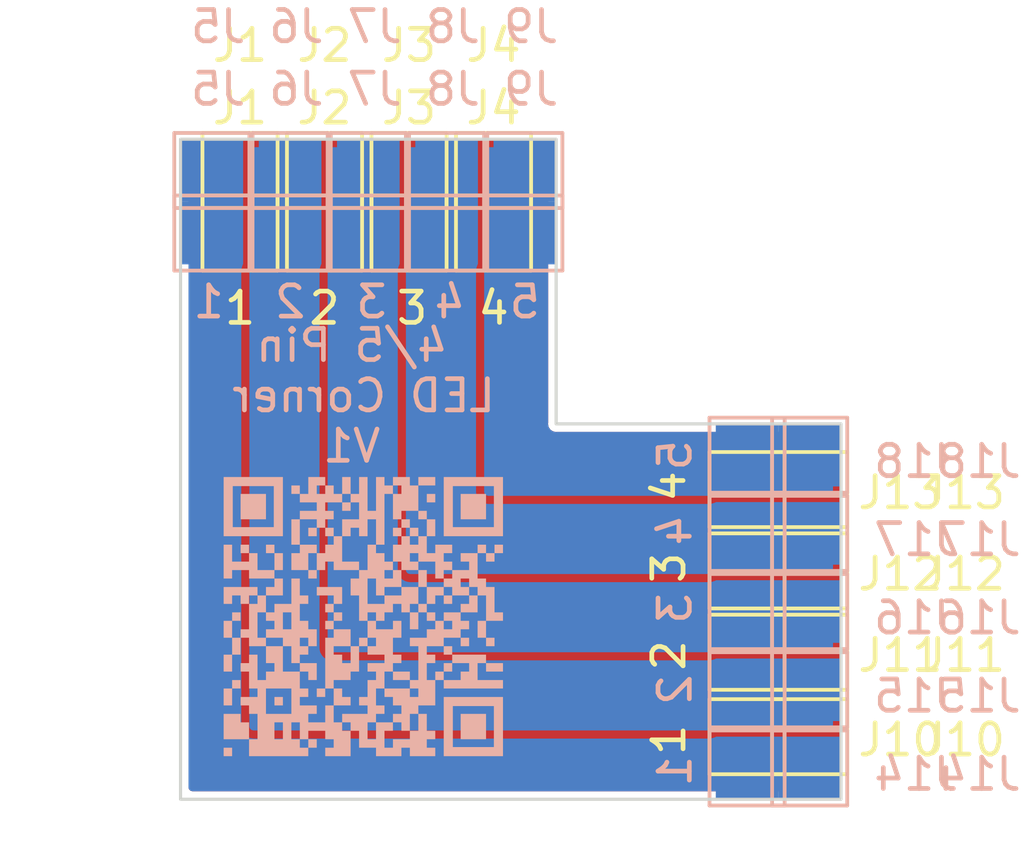
<source format=kicad_pcb>
(kicad_pcb (version 20211014) (generator pcbnew)
  (layers (0 "F.Cu" signal) (31 "B.Cu" signal) (34 "B.Paste" user) (35 "F.Paste" user) (36 "B.SilkS" user "B.Silkscreen") (37 "F.SilkS" user "F.Silkscreen") (38 "B.Mask" user) (39 "F.Mask" user) (44 "Edge.Cuts" user))
  (net 0 "")
  (net 1 "1")
  (net 2 "2")
  (net 3 "3")
  (net 4 "4")
  (net 5 "5")
  (net 6 "6")
  (net 7 "7")
  (net 8 "8")
  (net 9 "9")
  (footprint "TestPoint:TestPoint_Pad_2.0x2.0mm" (layer "F.Cu") (at 157 118.3)
    (fp_text reference "J12" (at 4.9 0.1) (layer "F.SilkS"))
    (fp_text value "Conn_01x01_Male")
    (fp_line (start -1.2 1.2) (end -1.2 -1.2) (layer "F.SilkS") (width 0.12))
    (fp_line (start 1.2 1.2) (end -1.2 1.2) (layer "F.SilkS") (width 0.12))
    (fp_line (start -1.2 -1.2) (end 1.2 -1.2) (layer "F.SilkS") (width 0.12))
    (fp_line (start 1.2 -1.2) (end 1.2 1.2) (layer "F.SilkS") (width 0.12))
    (pad "1" smd rect (at 0 0) (size 2 2) (layers "F.Cu" "F.Mask") (net 3 "3"))
  )
  (footprint "TestPoint:TestPoint_Pad_2.0x2.0mm" (layer "F.Cu") (at 143.5 105.5)
    (fp_text reference "J2" (at 0 -4) (layer "F.SilkS"))
    (fp_text value "Conn_01x01_Male")
    (fp_line (start -1.2 1.2) (end -1.2 -1.2) (layer "F.SilkS") (width 0.12))
    (fp_line (start 1.2 1.2) (end -1.2 1.2) (layer "F.SilkS") (width 0.12))
    (fp_line (start 1.2 -1.2) (end 1.2 1.2) (layer "F.SilkS") (width 0.12))
    (fp_line (start -1.2 -1.2) (end 1.2 -1.2) (layer "F.SilkS") (width 0.12))
    (pad "1" smd rect (at 0 0) (size 2 2) (layers "F.Cu" "F.Mask") (net 2 "2"))
  )
  (footprint "TestPoint:TestPoint_Pad_2.0x2.0mm" (layer "F.Cu") (at 146.2 105.5)
    (fp_text reference "J3" (at 0 -4) (layer "F.SilkS"))
    (fp_text value "Conn_01x01_Male")
    (fp_line (start -1.2 1.2) (end -1.2 -1.2) (layer "F.SilkS") (width 0.12))
    (fp_line (start -1.2 -1.2) (end 1.2 -1.2) (layer "F.SilkS") (width 0.12))
    (fp_line (start 1.2 1.2) (end -1.2 1.2) (layer "F.SilkS") (width 0.12))
    (fp_line (start 1.2 -1.2) (end 1.2 1.2) (layer "F.SilkS") (width 0.12))
    (pad "1" smd rect (at 0 0) (size 2 2) (layers "F.Cu" "F.Mask") (net 3 "3"))
  )
  (footprint "TestPoint:TestPoint_Pad_2.0x2.0mm" (layer "F.Cu") (at 159 123.6)
    (fp_text reference "J10" (at 4.9 0.1) (layer "F.SilkS"))
    (fp_text value "Conn_01x01_Male")
    (fp_line (start 1.2 -1.2) (end 1.2 1.2) (layer "F.SilkS") (width 0.12))
    (fp_line (start 1.2 1.2) (end -1.2 1.2) (layer "F.SilkS") (width 0.12))
    (fp_line (start -1.2 1.2) (end -1.2 -1.2) (layer "F.SilkS") (width 0.12))
    (fp_line (start -1.2 -1.2) (end 1.2 -1.2) (layer "F.SilkS") (width 0.12))
    (pad "1" smd rect (at 0 0) (size 2 2) (layers "F.Cu" "F.Mask") (net 1 "1"))
  )
  (footprint "TestPoint:TestPoint_Pad_2.0x2.0mm" (layer "F.Cu") (at 157 123.6)
    (fp_text reference "J10" (at 4.9 0.1) (layer "F.SilkS"))
    (fp_text value "Conn_01x01_Male")
    (fp_line (start 1.2 1.2) (end -1.2 1.2) (layer "F.SilkS") (width 0.12))
    (fp_line (start -1.2 1.2) (end -1.2 -1.2) (layer "F.SilkS") (width 0.12))
    (fp_line (start 1.2 -1.2) (end 1.2 1.2) (layer "F.SilkS") (width 0.12))
    (fp_line (start -1.2 -1.2) (end 1.2 -1.2) (layer "F.SilkS") (width 0.12))
    (pad "1" smd rect (at 0 0) (size 2 2) (layers "F.Cu" "F.Mask") (net 1 "1"))
  )
  (footprint "TestPoint:TestPoint_Pad_2.0x2.0mm" (layer "F.Cu") (at 159 115.7)
    (fp_text reference "J13" (at 4.9 0.1) (layer "F.SilkS"))
    (fp_text value "Conn_01x01_Male")
    (fp_line (start 1.2 1.2) (end -1.2 1.2) (layer "F.SilkS") (width 0.12))
    (fp_line (start -1.2 1.2) (end -1.2 -1.2) (layer "F.SilkS") (width 0.12))
    (fp_line (start 1.2 -1.2) (end 1.2 1.2) (layer "F.SilkS") (width 0.12))
    (fp_line (start -1.2 -1.2) (end 1.2 -1.2) (layer "F.SilkS") (width 0.12))
    (pad "1" smd rect (at 0 0) (size 2 2) (layers "F.Cu" "F.Mask") (net 4 "4"))
  )
  (footprint "TestPoint:TestPoint_Pad_2.0x2.0mm" (layer "F.Cu") (at 148.9 105.5)
    (fp_text reference "J4" (at 0 -4) (layer "F.SilkS"))
    (fp_text value "Conn_01x01_Male")
    (fp_line (start 1.2 -1.2) (end 1.2 1.2) (layer "F.SilkS") (width 0.12))
    (fp_line (start 1.2 1.2) (end -1.2 1.2) (layer "F.SilkS") (width 0.12))
    (fp_line (start -1.2 1.2) (end -1.2 -1.2) (layer "F.SilkS") (width 0.12))
    (fp_line (start -1.2 -1.2) (end 1.2 -1.2) (layer "F.SilkS") (width 0.12))
    (pad "1" smd rect (at 0 0) (size 2 2) (layers "F.Cu" "F.Mask") (net 4 "4"))
  )
  (footprint "TestPoint:TestPoint_Pad_2.0x2.0mm" (layer "F.Cu") (at 143.5 107.5)
    (fp_text reference "J2" (at 0 -4) (layer "F.SilkS"))
    (fp_text value "Conn_01x01_Male")
    (fp_line (start -1.2 1.2) (end -1.2 -1.2) (layer "F.SilkS") (width 0.12))
    (fp_line (start 1.2 1.2) (end -1.2 1.2) (layer "F.SilkS") (width 0.12))
    (fp_line (start -1.2 -1.2) (end 1.2 -1.2) (layer "F.SilkS") (width 0.12))
    (fp_line (start 1.2 -1.2) (end 1.2 1.2) (layer "F.SilkS") (width 0.12))
    (pad "1" smd rect (at 0 0) (size 2 2) (layers "F.Cu" "F.Mask") (net 2 "2"))
  )
  (footprint "TestPoint:TestPoint_Pad_2.0x2.0mm" (layer "F.Cu") (at 159 120.9)
    (fp_text reference "J11" (at 4.9 0.1) (layer "F.SilkS"))
    (fp_text value "Conn_01x01_Male")
    (fp_line (start 1.2 -1.2) (end 1.2 1.2) (layer "F.SilkS") (width 0.12))
    (fp_line (start -1.2 -1.2) (end 1.2 -1.2) (layer "F.SilkS") (width 0.12))
    (fp_line (start 1.2 1.2) (end -1.2 1.2) (layer "F.SilkS") (width 0.12))
    (fp_line (start -1.2 1.2) (end -1.2 -1.2) (layer "F.SilkS") (width 0.12))
    (pad "1" smd rect (at 0 0) (size 2 2) (layers "F.Cu" "F.Mask") (net 2 "2"))
  )
  (footprint "TestPoint:TestPoint_Pad_2.0x2.0mm" (layer "F.Cu") (at 159 118.3)
    (fp_text reference "J12" (at 4.9 0.1) (layer "F.SilkS"))
    (fp_text value "Conn_01x01_Male")
    (fp_line (start 1.2 1.2) (end -1.2 1.2) (layer "F.SilkS") (width 0.12))
    (fp_line (start -1.2 -1.2) (end 1.2 -1.2) (layer "F.SilkS") (width 0.12))
    (fp_line (start -1.2 1.2) (end -1.2 -1.2) (layer "F.SilkS") (width 0.12))
    (fp_line (start 1.2 -1.2) (end 1.2 1.2) (layer "F.SilkS") (width 0.12))
    (pad "1" smd rect (at 0 0) (size 2 2) (layers "F.Cu" "F.Mask") (net 3 "3"))
  )
  (footprint "TestPoint:TestPoint_Pad_2.0x2.0mm" (layer "F.Cu") (at 157 115.7)
    (fp_text reference "J13" (at 4.9 0.1) (layer "F.SilkS"))
    (fp_text value "Conn_01x01_Male")
    (fp_line (start -1.2 1.2) (end -1.2 -1.2) (layer "F.SilkS") (width 0.12))
    (fp_line (start 1.2 -1.2) (end 1.2 1.2) (layer "F.SilkS") (width 0.12))
    (fp_line (start -1.2 -1.2) (end 1.2 -1.2) (layer "F.SilkS") (width 0.12))
    (fp_line (start 1.2 1.2) (end -1.2 1.2) (layer "F.SilkS") (width 0.12))
    (pad "1" smd rect (at 0 0) (size 2 2) (layers "F.Cu" "F.Mask") (net 4 "4"))
  )
  (footprint "TestPoint:TestPoint_Pad_2.0x2.0mm" (layer "F.Cu") (at 146.2 107.5)
    (fp_text reference "J3" (at 0 -4) (layer "F.SilkS"))
    (fp_text value "Conn_01x01_Male")
    (fp_line (start -1.2 -1.2) (end 1.2 -1.2) (layer "F.SilkS") (width 0.12))
    (fp_line (start -1.2 1.2) (end -1.2 -1.2) (layer "F.SilkS") (width 0.12))
    (fp_line (start 1.2 1.2) (end -1.2 1.2) (layer "F.SilkS") (width 0.12))
    (fp_line (start 1.2 -1.2) (end 1.2 1.2) (layer "F.SilkS") (width 0.12))
    (pad "1" smd rect (at 0 0) (size 2 2) (layers "F.Cu" "F.Mask") (net 3 "3"))
  )
  (footprint "TestPoint:TestPoint_Pad_2.0x2.0mm" (layer "F.Cu") (at 140.8 105.5)
    (fp_text reference "J1" (at 0 -4) (layer "F.SilkS"))
    (fp_text value "Conn_01x01_Male")
    (fp_line (start -1.2 -1.2) (end 1.2 -1.2) (layer "F.SilkS") (width 0.12))
    (fp_line (start -1.2 1.2) (end -1.2 -1.2) (layer "F.SilkS") (width 0.12))
    (fp_line (start 1.2 1.2) (end -1.2 1.2) (layer "F.SilkS") (width 0.12))
    (fp_line (start 1.2 -1.2) (end 1.2 1.2) (layer "F.SilkS") (width 0.12))
    (pad "1" smd rect (at 0 0) (size 2 2) (layers "F.Cu" "F.Mask") (net 1 "1"))
  )
  (footprint "TestPoint:TestPoint_Pad_2.0x2.0mm" (layer "F.Cu") (at 140.8 107.5)
    (fp_text reference "J1" (at 0 -4) (layer "F.SilkS"))
    (fp_text value "Conn_01x01_Male")
    (fp_line (start -1.2 1.2) (end -1.2 -1.2) (layer "F.SilkS") (width 0.12))
    (fp_line (start 1.2 1.2) (end -1.2 1.2) (layer "F.SilkS") (width 0.12))
    (fp_line (start -1.2 -1.2) (end 1.2 -1.2) (layer "F.SilkS") (width 0.12))
    (fp_line (start 1.2 -1.2) (end 1.2 1.2) (layer "F.SilkS") (width 0.12))
    (pad "1" smd rect (at 0 0) (size 2 2) (layers "F.Cu" "F.Mask") (net 1 "1"))
  )
  (footprint "TestPoint:TestPoint_Pad_2.0x2.0mm" (layer "F.Cu") (at 148.9 107.5)
    (fp_text reference "J4" (at 0 -4) (layer "F.SilkS"))
    (fp_text value "Conn_01x01_Male")
    (fp_line (start -1.2 -1.2) (end 1.2 -1.2) (layer "F.SilkS") (width 0.12))
    (fp_line (start -1.2 1.2) (end -1.2 -1.2) (layer "F.SilkS") (width 0.12))
    (fp_line (start 1.2 1.2) (end -1.2 1.2) (layer "F.SilkS") (width 0.12))
    (fp_line (start 1.2 -1.2) (end 1.2 1.2) (layer "F.SilkS") (width 0.12))
    (pad "1" smd rect (at 0 0) (size 2 2) (layers "F.Cu" "F.Mask") (net 4 "4"))
  )
  (footprint "TestPoint:TestPoint_Pad_2.0x2.0mm" (layer "F.Cu") (at 157 120.9)
    (fp_text reference "J11" (at 4.9 0.1) (layer "F.SilkS"))
    (fp_text value "Conn_01x01_Male")
    (fp_line (start -1.2 -1.2) (end 1.2 -1.2) (layer "F.SilkS") (width 0.12))
    (fp_line (start -1.2 1.2) (end -1.2 -1.2) (layer "F.SilkS") (width 0.12))
    (fp_line (start 1.2 1.2) (end -1.2 1.2) (layer "F.SilkS") (width 0.12))
    (fp_line (start 1.2 -1.2) (end 1.2 1.2) (layer "F.SilkS") (width 0.12))
    (pad "1" smd rect (at 0 0) (size 2 2) (layers "F.Cu" "F.Mask") (net 2 "2"))
  )
  (footprint "TestPoint:TestPoint_Pad_2.0x2.0mm" (layer "B.Cu") (at 159 117.1 180)
    (fp_text reference "J17" (at -5.4 -0.2) (layer "B.SilkS") (effects (justify mirror)))
    (fp_text value "Conn_01x01_Male")
    (fp_line (start 1.2 1.2) (end 1.2 -1.2) (layer "B.SilkS") (width 0.12))
    (fp_line (start 1.2 -1.2) (end -1.2 -1.2) (layer "B.SilkS") (width 0.12))
    (fp_line (start -1.2 1.2) (end 1.2 1.2) (layer "B.SilkS") (width 0.12))
    (fp_line (start -1.2 -1.2) (end -1.2 1.2) (layer "B.SilkS") (width 0.12))
    (pad "1" smd rect (at 0 0 180) (size 2 2) (layers "B.Cu" "B.Mask") (net 8 "8"))
  )
  (footprint "TestPoint:TestPoint_Pad_2.0x2.0mm" (layer "B.Cu") (at 144.9 105.5 180)
    (fp_text reference "J7" (at -0.2 4.6) (layer "B.SilkS") (effects (justify mirror)))
    (fp_text value "Conn_01x01_Male")
    (fp_line (start 1.2 1.2) (end 1.2 -1.2) (layer "B.SilkS") (width 0.12))
    (fp_line (start 1.2 -1.2) (end -1.2 -1.2) (layer "B.SilkS") (width 0.12))
    (fp_line (start -1.2 1.2) (end 1.2 1.2) (layer "B.SilkS") (width 0.12))
    (fp_line (start -1.2 -1.2) (end -1.2 1.2) (layer "B.SilkS") (width 0.12))
    (pad "1" smd rect (at 0 0 180) (size 2 2) (layers "B.Cu" "B.Mask") (net 7 "7"))
  )
  (footprint "TestPoint:TestPoint_Pad_2.0x2.0mm" (layer "B.Cu") (at 139.9 107.5 180)
    (fp_text reference "J5" (at -0.2 4.6) (layer "B.SilkS") (effects (justify mirror)))
    (fp_text value "Conn_01x01_Male")
    (fp_line (start 1.2 1.2) (end 1.2 -1.2) (layer "B.SilkS") (width 0.12))
    (fp_line (start -1.2 -1.2) (end -1.2 1.2) (layer "B.SilkS") (width 0.12))
    (fp_line (start 1.2 -1.2) (end -1.2 -1.2) (layer "B.SilkS") (width 0.12))
    (fp_line (start -1.2 1.2) (end 1.2 1.2) (layer "B.SilkS") (width 0.12))
    (pad "1" smd rect (at 0 0 180) (size 2 2) (layers "B.Cu" "B.Mask") (net 5 "5"))
  )
  (footprint "TestPoint:TestPoint_Pad_2.0x2.0mm" (layer "B.Cu") (at 159 114.6 180)
    (fp_text reference "J18" (at -5.4 -0.2) (layer "B.SilkS") (effects (justify mirror)))
    (fp_text value "Conn_01x01_Male")
    (fp_line (start 1.2 1.2) (end 1.2 -1.2) (layer "B.SilkS") (width 0.12))
    (fp_line (start -1.2 1.2) (end 1.2 1.2) (layer "B.SilkS") (width 0.12))
    (fp_line (start 1.2 -1.2) (end -1.2 -1.2) (layer "B.SilkS") (width 0.12))
    (fp_line (start -1.2 -1.2) (end -1.2 1.2) (layer "B.SilkS") (width 0.12))
    (pad "1" smd rect (at 0 0 180) (size 2 2) (layers "B.Cu" "B.Mask") (net 9 "9"))
  )
  (footprint "TestPoint:TestPoint_Pad_2.0x2.0mm" (layer "B.Cu") (at 157 114.6 180)
    (fp_text reference "J18" (at -5.4 -0.2) (layer "B.SilkS") (effects (justify mirror)))
    (fp_text value "Conn_01x01_Male")
    (fp_line (start -1.2 1.2) (end 1.2 1.2) (layer "B.SilkS") (width 0.12))
    (fp_line (start 1.2 1.2) (end 1.2 -1.2) (layer "B.SilkS") (width 0.12))
    (fp_line (start 1.2 -1.2) (end -1.2 -1.2) (layer "B.SilkS") (width 0.12))
    (fp_line (start -1.2 -1.2) (end -1.2 1.2) (layer "B.SilkS") (width 0.12))
    (pad "1" smd rect (at 0 0 180) (size 2 2) (layers "B.Cu" "B.Mask") (net 9 "9"))
  )
  (footprint "TestPoint:TestPoint_Pad_2.0x2.0mm" (layer "B.Cu") (at 149.9 105.5 180)
    (fp_text reference "J9" (at -0.2 4.6) (layer "B.SilkS") (effects (justify mirror)))
    (fp_text value "Conn_01x01_Male")
    (fp_line (start 1.2 1.2) (end 1.2 -1.2) (layer "B.SilkS") (width 0.12))
    (fp_line (start 1.2 -1.2) (end -1.2 -1.2) (layer "B.SilkS") (width 0.12))
    (fp_line (start -1.2 1.2) (end 1.2 1.2) (layer "B.SilkS") (width 0.12))
    (fp_line (start -1.2 -1.2) (end -1.2 1.2) (layer "B.SilkS") (width 0.12))
    (pad "1" smd rect (at 0 0 180) (size 2 2) (layers "B.Cu" "B.Mask") (net 9 "9"))
  )
  (footprint "TestPoint:TestPoint_Pad_2.0x2.0mm" (layer "B.Cu") (at 157 117.1 180)
    (fp_text reference "J17" (at -5.4 -0.2) (layer "B.SilkS") (effects (justify mirror)))
    (fp_text value "Conn_01x01_Male")
    (fp_line (start 1.2 -1.2) (end -1.2 -1.2) (layer "B.SilkS") (width 0.12))
    (fp_line (start -1.2 1.2) (end 1.2 1.2) (layer "B.SilkS") (width 0.12))
    (fp_line (start -1.2 -1.2) (end -1.2 1.2) (layer "B.SilkS") (width 0.12))
    (fp_line (start 1.2 1.2) (end 1.2 -1.2) (layer "B.SilkS") (width 0.12))
    (pad "1" smd rect (at 0 0 180) (size 2 2) (layers "B.Cu" "B.Mask") (net 8 "8"))
  )
  (footprint "TestPoint:TestPoint_Pad_2.0x2.0mm" (layer "B.Cu") (at 159 124.6 180)
    (fp_text reference "J14" (at -5.4 -0.2) (layer "B.SilkS") (effects (justify mirror)))
    (fp_text value "Conn_01x01_Male")
    (fp_line (start -1.2 1.2) (end 1.2 1.2) (layer "B.SilkS") (width 0.12))
    (fp_line (start 1.2 1.2) (end 1.2 -1.2) (layer "B.SilkS") (width 0.12))
    (fp_line (start -1.2 -1.2) (end -1.2 1.2) (layer "B.SilkS") (width 0.12))
    (fp_line (start 1.2 -1.2) (end -1.2 -1.2) (layer "B.SilkS") (width 0.12))
    (pad "1" smd rect (at 0 0 180) (size 2 2) (layers "B.Cu" "B.Mask") (net 5 "5"))
  )
  (footprint "TestPoint:TestPoint_Pad_2.0x2.0mm" (layer "B.Cu") (at 139.9 105.5 180)
    (fp_text reference "J5" (at -0.2 4.6) (layer "B.SilkS") (effects (justify mirror)))
    (fp_text value "Conn_01x01_Male")
    (fp_line (start 1.2 -1.2) (end -1.2 -1.2) (layer "B.SilkS") (width 0.12))
    (fp_line (start -1.2 -1.2) (end -1.2 1.2) (layer "B.SilkS") (width 0.12))
    (fp_line (start -1.2 1.2) (end 1.2 1.2) (layer "B.SilkS") (width 0.12))
    (fp_line (start 1.2 1.2) (end 1.2 -1.2) (layer "B.SilkS") (width 0.12))
    (pad "1" smd rect (at 0 0 180) (size 2 2) (layers "B.Cu" "B.Mask") (net 5 "5"))
  )
  (footprint "TestPoint:TestPoint_Pad_2.0x2.0mm" (layer "B.Cu") (at 142.4 107.5 180)
    (fp_text reference "J6" (at -0.2 4.602) (layer "B.SilkS") (effects (justify mirror)))
    (fp_text value "Conn_01x01_Male")
    (fp_line (start 1.2 1.2) (end 1.2 -1.2) (layer "B.SilkS") (width 0.12))
    (fp_line (start -1.2 1.2) (end 1.2 1.2) (layer "B.SilkS") (width 0.12))
    (fp_line (start 1.2 -1.2) (end -1.2 -1.2) (layer "B.SilkS") (width 0.12))
    (fp_line (start -1.2 -1.2) (end -1.2 1.2) (layer "B.SilkS") (width 0.12))
    (pad "1" smd rect (at 0 0 180) (size 2 2) (layers "B.Cu" "B.Mask") (net 6 "6"))
  )
  (footprint "TestPoint:TestPoint_Pad_2.0x2.0mm" (layer "B.Cu") (at 159 119.6 180)
    (fp_text reference "J16" (at -5.4 -0.2) (layer "B.SilkS") (effects (justify mirror)))
    (fp_text value "Conn_01x01_Male")
    (fp_line (start 1.2 -1.2) (end -1.2 -1.2) (layer "B.SilkS") (width 0.12))
    (fp_line (start -1.2 -1.2) (end -1.2 1.2) (layer "B.SilkS") (width 0.12))
    (fp_line (start 1.2 1.2) (end 1.2 -1.2) (layer "B.SilkS") (width 0.12))
    (fp_line (start -1.2 1.2) (end 1.2 1.2) (layer "B.SilkS") (width 0.12))
    (pad "1" smd rect (at 0 0 180) (size 2 2) (layers "B.Cu" "B.Mask") (net 7 "7"))
  )
  (footprint "TestPoint:TestPoint_Pad_2.0x2.0mm" (layer "B.Cu") (at 142.4 105.5 180)
    (fp_text reference "J6" (at -0.2 4.602) (layer "B.SilkS") (effects (justify mirror)))
    (fp_text value "Conn_01x01_Male")
    (fp_line (start 1.2 1.2) (end 1.2 -1.2) (layer "B.SilkS") (width 0.12))
    (fp_line (start -1.2 1.2) (end 1.2 1.2) (layer "B.SilkS") (width 0.12))
    (fp_line (start -1.2 -1.2) (end -1.2 1.2) (layer "B.SilkS") (width 0.12))
    (fp_line (start 1.2 -1.2) (end -1.2 -1.2) (layer "B.SilkS") (width 0.12))
    (pad "1" smd rect (at 0 0 180) (size 2 2) (layers "B.Cu" "B.Mask") (net 6 "6"))
  )
  (footprint "TestPoint:TestPoint_Pad_2.0x2.0mm" (layer "B.Cu") (at 157 124.6 180)
    (fp_text reference "J14" (at -5.4 -0.2) (layer "B.SilkS") (effects (justify mirror)))
    (fp_text value "Conn_01x01_Male")
    (fp_line (start 1.2 1.2) (end 1.2 -1.2) (layer "B.SilkS") (width 0.12))
    (fp_line (start 1.2 -1.2) (end -1.2 -1.2) (layer "B.SilkS") (width 0.12))
    (fp_line (start -1.2 -1.2) (end -1.2 1.2) (layer "B.SilkS") (width 0.12))
    (fp_line (start -1.2 1.2) (end 1.2 1.2) (layer "B.SilkS") (width 0.12))
    (pad "1" smd rect (at 0 0 180) (size 2 2) (layers "B.Cu" "B.Mask") (net 5 "5"))
  )
  (footprint "LOGO" (layer "B.Cu") (at 144.75 119.75 180)
    (fp_text reference "G***" hide)
    (fp_text value "LOGO" hide)
    (fp_poly (pts (xy 4.472564 -1.768223) (xy 4.20213 -1.768223) (xy 4.20213 -1.227355) (xy 4.472564 -1.227355)) (layer "B.SilkS") (width 0) (fill solid))
    (fp_poly (pts (xy -1.476986 2.558722) (xy -1.74742 2.558722) (xy -1.74742 2.829156) (xy -1.476986 2.829156)) (layer "B.SilkS") (width 0) (fill solid))
    (fp_poly (pts (xy -1.74742 4.181326) (xy -2.288288 4.181326) (xy -2.288288 4.45176) (xy -1.74742 4.45176)) (layer "B.SilkS") (width 0) (fill solid))
    (fp_poly (pts (xy -3.640458 -0.686487) (xy -3.910892 -0.686487) (xy -3.910892 -0.145619) (xy -3.640458 -0.145619)) (layer "B.SilkS") (width 0) (fill solid))
    (fp_poly (pts (xy 1.227355 0.124815) (xy 0.956921 0.124815) (xy 0.956921 0.395249) (xy 1.227355 0.395249)) (layer "B.SilkS") (width 0) (fill solid))
    (fp_poly (pts (xy 3.931696 2.017854) (xy 3.661262 2.017854) (xy 3.661262 2.288288) (xy 3.931696 2.288288)) (layer "B.SilkS") (width 0) (fill solid))
    (fp_poly (pts (xy -2.017854 3.640458) (xy -2.288288 3.640458) (xy -2.288288 3.910892) (xy -2.017854 3.910892)) (layer "B.SilkS") (width 0) (fill solid))
    (fp_poly (pts (xy 4.20213 -1.227355) (xy 3.931696 -1.227355) (xy 3.931696 -0.686487) (xy 4.20213 -0.686487)) (layer "B.SilkS") (width 0) (fill solid))
    (fp_poly (pts (xy -2.017854 -0.145619) (xy -2.288288 -0.145619) (xy -2.288288 0.124815) (xy -2.017854 0.124815)) (layer "B.SilkS") (width 0) (fill solid))
    (fp_poly (pts (xy -3.910892 -0.956921) (xy -4.181326 -0.956921) (xy -4.181326 -0.686487) (xy -3.910892 -0.686487)) (layer "B.SilkS") (width 0) (fill solid))
    (fp_poly (pts (xy -1.74742 0.936117) (xy -2.017854 0.936117) (xy -2.017854 1.476986) (xy -1.74742 1.476986)) (layer "B.SilkS") (width 0) (fill solid))
    (fp_poly (pts (xy -1.74742 0.124815) (xy -2.017854 0.124815) (xy -2.017854 0.395249) (xy -1.74742 0.395249)) (layer "B.SilkS") (width 0) (fill solid))
    (fp_poly (pts (xy -3.910892 1.74742) (xy -4.181326 1.74742) (xy -4.181326 2.017854) (xy -3.910892 2.017854)) (layer "B.SilkS") (width 0) (fill solid))
    (fp_poly (pts (xy 2.84996 1.476986) (xy 2.579525 1.476986) (xy 2.579525 2.017854) (xy 2.84996 2.017854)) (layer "B.SilkS") (width 0) (fill solid))
    (fp_poly (pts (xy -3.09959 -0.956921) (xy -3.370024 -0.956921) (xy -3.370024 -0.686487) (xy -3.09959 -0.686487)) (layer "B.SilkS") (width 0) (fill solid))
    (fp_poly (pts (xy 4.472564 -2.84996) (xy 4.20213 -2.84996) (xy 4.20213 -2.309091) (xy 4.472564 -2.309091)) (layer "B.SilkS") (width 0) (fill solid))
    (fp_poly (pts (xy -3.640458 2.017854) (xy -3.910892 2.017854) (xy -3.910892 2.288288) (xy -3.640458 2.288288)) (layer "B.SilkS") (width 0) (fill solid))
    (fp_poly (pts (xy 1.227355 -0.416053) (xy 0.956921 -0.416053) (xy 0.956921 -0.145619) (xy 1.227355 -0.145619)) (layer "B.SilkS") (width 0) (fill solid))
    (fp_poly (pts (xy 4.472564 -4.472564) (xy 4.20213 -4.472564) (xy 4.20213 -4.20213) (xy 4.472564 -4.20213)) (layer "B.SilkS") (width 0) (fill solid))
    (fp_poly (pts (xy 1.497789 0.665683) (xy 0.956921 0.665683) (xy 0.956921 0.395249) (xy 0.686487 0.395249) (xy 0.686487 0.936117) (xy 1.497789 0.936117)) (layer "B.SilkS") (width 0) (fill solid))
    (fp_poly (pts (xy 4.472564 2.558722) (xy 2.579525 2.558722) (xy 2.579525 2.849959) (xy 2.870762 2.849959) (xy 4.181327 2.849959) (xy 4.181327 4.160524) (xy 2.870762 4.160524) (xy 2.870762 2.849959) (xy 2.579525 2.849959) (xy 2.579525 4.45176) (xy 4.472564 4.45176)) (layer "B.SilkS") (width 0) (fill solid))
    (fp_poly (pts (xy 1.768223 2.558722) (xy 1.497789 2.558722) (xy 1.497789 2.829156) (xy 1.768223 2.829156)) (layer "B.SilkS") (width 0) (fill solid))
    (fp_poly (pts (xy -2.558722 -1.768223) (xy -2.829156 -1.768223) (xy -2.829156 -1.497789) (xy -2.558722 -1.497789)) (layer "B.SilkS") (width 0) (fill solid))
    (fp_poly (pts (xy -1.206552 2.829156) (xy -1.476986 2.829156) (xy -1.476986 3.09959) (xy -1.206552 3.09959)) (layer "B.SilkS") (width 0) (fill solid))
    (fp_poly (pts (xy 4.472564 -3.931696) (xy 3.661262 -3.931696) (xy 3.661262 -3.390828) (xy 3.931696 -3.390828) (xy 3.931696 -3.120394) (xy 4.472564 -3.120394)) (layer "B.SilkS") (width 0) (fill solid))
    (fp_poly (pts (xy 1.497789 -2.579525) (xy 1.227355 -2.579525) (xy 1.227355 -2.309091) (xy 1.497789 -2.309091)) (layer "B.SilkS") (width 0) (fill solid))
    (fp_poly (pts (xy -0.936117 2.558722) (xy -1.206552 2.558722) (xy -1.206552 2.829156) (xy -0.936117 2.829156)) (layer "B.SilkS") (width 0) (fill solid))
    (fp_poly (pts (xy 4.472564 1.206552) (xy 4.20213 1.206552) (xy 4.20213 1.476986) (xy 3.661262 1.476986) (xy 3.661262 1.206552) (xy 2.84996 1.206552) (xy 2.84996 1.476986) (xy 3.390828 1.476986) (xy 3.390828 2.017854) (xy 3.661262 2.017854) (xy 3.661262 1.74742) (xy 4.20213 1.74742) (xy 4.20213 2.288288) (xy 4.472564 2.288288)) (layer "B.SilkS") (width 0) (fill solid))
    (fp_poly (pts (xy -0.936117 -2.038657) (xy -1.476986 -2.038657) (xy -1.476986 -1.768223) (xy -0.936117 -1.768223)) (layer "B.SilkS") (width 0) (fill solid))
    (fp_poly (pts (xy -2.558722 -4.472564) (xy -4.45176 -4.472564) (xy -4.45176 -4.181327) (xy -4.160524 -4.181327) (xy -2.849959 -4.181327) (xy -2.849959 -2.870762) (xy -4.160524 -2.870762) (xy -4.160524 -4.181327) (xy -4.45176 -4.181327) (xy -4.45176 -2.579525) (xy -2.558722 -2.579525)) (layer "B.SilkS") (width 0) (fill solid))
    (fp_poly (pts (xy 1.227355 2.558722) (xy 0.956921 2.558722) (xy 0.956921 2.829156) (xy 1.227355 2.829156)) (layer "B.SilkS") (width 0) (fill solid))
    (fp_poly (pts (xy 2.84996 0.936117) (xy 3.120394 0.936117) (xy 3.120394 0.665683) (xy 2.579525 0.665683) (xy 2.579525 1.206552) (xy 2.84996 1.206552)) (layer "B.SilkS") (width 0) (fill solid))
    (fp_poly (pts (xy 4.20213 -0.145619) (xy 3.931696 -0.145619) (xy 3.931696 0.124815) (xy 4.20213 0.124815)) (layer "B.SilkS") (width 0) (fill solid))
    (fp_poly (pts (xy -3.09959 3.09959) (xy -3.910892 3.09959) (xy -3.910892 3.910892) (xy -3.09959 3.910892)) (layer "B.SilkS") (width 0) (fill solid))
    (fp_poly (pts (xy -3.910892 -1.768223) (xy -4.45176 -1.768223) (xy -4.45176 -1.497789) (xy -3.910892 -1.497789)) (layer "B.SilkS") (width 0) (fill solid))
    (fp_poly (pts (xy 3.931696 3.09959) (xy 3.120394 3.09959) (xy 3.120394 3.910892) (xy 3.931696 3.910892)) (layer "B.SilkS") (width 0) (fill solid))
    (fp_poly (pts (xy -4.181326 2.017854) (xy -4.45176 2.017854) (xy -4.45176 2.288288) (xy -4.181326 2.288288)) (layer "B.SilkS") (width 0) (fill solid))
    (fp_poly (pts (xy 0.956921 -0.145619) (xy 0.686487 -0.145619) (xy 0.686487 0.124815) (xy 0.956921 0.124815)) (layer "B.SilkS") (width 0) (fill solid))
    (fp_poly (pts (xy 0.145619 -0.686487) (xy 0.145619 -0.956921) (xy 0.416053 -0.956921) (xy 0.416053 -0.416053) (xy 0.956921 -0.416053) (xy 0.956921 -0.686487) (xy 1.227355 -0.686487) (xy 1.227355 -2.309091) (xy 0.956921 -2.309091) (xy 0.956921 -2.84996) (xy 1.227355 -2.84996) (xy 1.227355 -3.390828) (xy 1.768223 -3.390828) (xy 1.768223 -3.120394) (xy 2.309091 -3.120394) (xy 3.120394 -3.120394) (xy 3.120394 -2.309091) (xy 2.309091 -2.309091) (xy 2.309091 -3.120394) (xy 1.768223 -3.120394) (xy 1.497789 -3.120394) (xy 1.497789 -2.84996) (xy 2.038657 -2.84996) (xy 2.038657 -2.579525) (xy 1.768223 -2.579525) (xy 1.768223 -2.309091) (xy 2.038657 -2.309091) (xy 2.038657 -1.768223) (xy 2.579525 -1.768223) (xy 2.579525 -0.956921) (xy 3.120394 -0.956921) (xy 3.120394 -0.686487) (xy 2.579525 -0.686487) (xy 2.579525 -0.956921) (xy 2.309091 -0.956921) (xy 2.309091 -1.497789) (xy 2.038657 -1.497789) (xy 2.038657 -1.768223) (xy 1.768223 -1.768223) (xy 1.768223 -2.038657) (xy 1.497789 -2.038657) (xy 1.497789 -1.497789) (xy 2.038657 -1.497789) (xy 2.038657 -1.227355) (xy 1.768223 -1.227355) (xy 1.768223 -0.956921) (xy 2.038657 -0.956921) (xy 2.038657 -0.686487) (xy 1.768223 -0.686487) (xy 1.768223 -0.956921) (xy 1.497789 -0.956921) (xy 1.497789 -0.416053) (xy 1.768223 -0.416053) (xy 2.309091 -0.416053) (xy 2.579525 -0.416053) (xy 2.84996 -0.416053) (xy 3.120394 -0.416053) (xy 3.120394 -0.686487) (xy 3.390828 -0.686487) (xy 3.390828 0.124815) (xy 3.120394 0.124815) (xy 3.120394 -0.145619) (xy 2.84996 -0.145619) (xy 2.84996 -0.416053) (xy 2.579525 -0.416053) (xy 2.579525 0.124815) (xy 2.309091 0.124815) (xy 2.309091 -0.416053) (xy 1.768223 -0.416053) (xy 1.768223 -0.145619) (xy 2.038657 -0.145619) (xy 2.038657 0.395249) (xy 1.768223 0.395249) (xy 1.768223 0.665683) (xy 2.038657 0.665683) (xy 2.038657 1.206552) (xy 2.309091 1.206552) (xy 2.309091 0.395249) (xy 2.84996 0.395249) (xy 2.84996 0.124815) (xy 3.120394 0.124815) (xy 3.120394 0.395249) (xy 3.390828 0.395249) (xy 3.661262 0.395249) (xy 3.661262 0.665683) (xy 3.390828 0.665683) (xy 3.390828 0.395249) (xy 3.120394 0.395249) (xy 3.120394 0.665683) (xy 3.390828 0.665683) (xy 3.390828 0.936117) (xy 4.472564 0.936117) (xy 4.472564 0.395249) (xy 4.20213 0.395249) (xy 4.20213 0.665683) (xy 3.931696 0.665683) (xy 3.931696 0.395249) (xy 3.661262 0.395249) (xy 3.661262 -0.416053) (xy 3.931696 -0.416053) (xy 3.931696 -0.686487) (xy 3.661262 -0.686487) (xy 3.661262 -0.956921) (xy 3.120394 -0.956921) (xy 3.120394 -1.497789) (xy 2.84996 -1.497789) (xy 2.84996 -1.768223) (xy 3.120394 -1.768223) (xy 3.120394 -2.038657) (xy 3.390828 -2.038657) (xy 3.390828 -1.227355) (xy 3.661262 -1.227355) (xy 3.661262 -1.497789) (xy 3.931696 -1.497789) (xy 3.931696 -1.768223) (xy 3.661262 -1.768223) (xy 3.661262 -2.309091) (xy 3.390828 -2.309091) (xy 3.390828 -2.579525) (xy 3.931696 -2.579525) (xy 3.931696 -2.84996) (xy 3.661262 -2.84996) (xy 3.661262 -3.120394) (xy 3.390828 -3.120394) (xy 3.390828 -3.931696) (xy 3.661262 -3.931696) (xy 3.661262 -4.472564) (xy 1.768223 -4.472564) (xy 1.768223 -4.20213) (xy 2.038657 -4.20213) (xy 2.038657 -3.931696) (xy 2.309091 -3.931696) (xy 2.579525 -3.931696) (xy 2.84996 -3.931696) (xy 2.84996 -3.390828) (xy 2.579525 -3.390828) (xy 2.579525 -3.931696) (xy 2.309091 -3.931696) (xy 2.309091 -3.390828) (xy 2.038657 -3.390828) (xy 2.038657 -3.931696) (xy 1.768223 -3.931696) (xy 1.768223 -4.20213) (xy 1.497789 -4.20213) (xy 1.497789 -3.931696) (xy 1.768223 -3.931696) (xy 1.768223 -3.661262) (xy 1.227355 -3.661262) (xy 1.227355 -3.931696) (xy 0.956921 -3.931696) (xy 0.956921 -4.20213) (xy 1.227355 -4.20213) (xy 1.227355 -4.472564) (xy 0.416053 -4.472564) (xy 0.416053 -3.661262) (xy 0.686487 -3.661262) (xy 0.686487 -3.390828) (xy 0.416053 -3.390828) (xy 0.416053 -3.661262) (xy 0.145619 -3.661262) (xy 0.145619 -4.20213) (xy -0.395249 -4.20213) (xy -0.395249 -4.472564) (xy -1.206552 -4.472564) (xy -1.206552 -4.20213) (xy -1.476986 -4.20213) (xy -1.476986 -4.472564) (xy -2.288288 -4.472564) (xy -2.288288 -4.20213) (xy -2.017854 -4.20213) (xy -2.017854 -3.931696) (xy -1.476986 -3.931696) (xy -0.936117 -3.931696) (xy -0.936117 -4.20213) (xy -0.665683 -4.20213) (xy -0.665683 -3.931696) (xy -0.395249 -3.931696) (xy -0.124815 -3.931696) (xy -0.124815 -3.390828) (xy -0.395249 -3.390828) (xy -0.395249 -3.931696) (xy -0.665683 -3.931696) (xy -0.665683 -3.661262) (xy -0.936117 -3.661262) (xy -0.936117 -3.390828) (xy -1.206552 -3.390828) (xy -1.206552 -3.661262) (xy -1.476986 -3.661262) (xy -1.476986 -3.931696) (xy -2.017854 -3.931696) (xy -2.288288 -3.931696) (xy -2.288288 -3.661262) (xy -2.017854 -3.661262) (xy -1.74742 -3.661262) (xy -1.476986 -3.661262) (xy -1.476986 -3.120394) (xy -1.206552 -3.120394) (xy -0.936117 -3.120394) (xy -0.936117 -3.390828) (xy -0.395249 -3.390828) (xy -0.395249 -3.120394) (xy -0.665683 -3.120394) (xy -0.665683 -2.84996) (xy -0.395249 -2.84996) (xy -0.395249 -2.309091) (xy -0.665683 -2.309091) (xy -0.665683 -2.579525) (xy -0.936117 -2.579525) (xy -0.936117 -2.84996) (xy -1.206552 -2.84996) (xy -1.206552 -3.120394) (xy -1.476986 -3.120394) (xy -1.74742 -3.120394) (xy -1.74742 -3.661262) (xy -2.017854 -3.661262) (xy -2.017854 -3.120394) (xy -1.74742 -3.120394) (xy -1.74742 -2.84996) (xy -2.288288 -2.84996) (xy -2.288288 -2.579525) (xy -1.74742 -2.579525) (xy -1.476986 -2.579525) (xy -1.476986 -2.309091) (xy -1.74742 -2.309091) (xy -1.74742 -2.579525) (xy -2.288288 -2.579525) (xy -2.288288 -2.038657) (xy -2.558722 -2.038657) (xy -2.558722 -2.309091) (xy -4.45176 -2.309091) (xy -4.45176 -2.038657) (xy -3.640458 -2.038657) (xy -3.640458 -1.768223) (xy -3.370024 -1.768223) (xy -3.09959 -1.768223) (xy -3.09959 -2.038657) (xy -2.558722 -2.038657) (xy -2.558722 -1.768223) (xy -2.288288 -1.768223) (xy -2.288288 -2.038657) (xy -2.017854 -2.038657) (xy -2.017854 -1.497789) (xy -2.288288 -1.497789) (xy -2.288288 -1.227355) (xy -2.017854 -1.227355) (xy -2.017854 -0.956921) (xy -2.558722 -0.956921) (xy -2.558722 -1.227355) (xy -2.829156 -1.227355) (xy -2.829156 -1.497789) (xy -3.370024 -1.497789) (xy -3.370024 -1.768223) (xy -3.640458 -1.768223) (xy -3.640458 -1.497789) (xy -3.910892 -1.497789) (xy -3.910892 -1.227355) (xy -2.829156 -1.227355) (xy -2.829156 -0.956921) (xy -2.558722 -0.956921) (xy -2.558722 -0.686487) (xy -3.09959 -0.686487) (xy -3.09959 -0.416053) (xy -2.829156 -0.416053) (xy -2.558722 -0.416053) (xy -2.558722 -0.145619) (xy -2.829156 -0.145619) (xy -2.829156 -0.416053) (xy -3.09959 -0.416053) (xy -3.370024 -0.416053) (xy -3.370024 -0.145619) (xy -3.09959 -0.145619) (xy -3.09959 0.124815) (xy -3.640458 0.124815) (xy -3.640458 0.395249) (xy -3.370024 0.395249) (xy -3.09959 0.395249) (xy -3.09959 0.124815) (xy -2.558722 0.124815) (xy -2.558722 -0.145619) (xy -2.288288 -0.145619) (xy -2.288288 -0.416053) (xy -2.017854 -0.416053) (xy -2.017854 -0.686487) (xy -1.476986 -0.686487) (xy -1.476986 -0.956921) (xy -1.74742 -0.956921) (xy -1.74742 -2.038657) (xy -1.476986 -2.038657) (xy -1.476986 -2.309091) (xy -0.665683 -2.309091) (xy -0.665683 -1.768223) (xy -0.936117 -1.768223) (xy -0.936117 -1.497789) (xy -0.665683 -1.497789) (xy -0.124815 -1.497789) (xy -0.124815 -1.768223) (xy -0.395249 -1.768223) (xy -0.395249 -2.038657) (xy -0.124815 -2.038657) (xy -0.124815 -2.579525) (xy 0.145619 -2.579525) (xy 0.145619 -2.84996) (xy -0.124815 -2.84996) (xy -0.124815 -3.120394) (xy 0.686487 -3.120394) (xy 0.686487 -3.390828) (xy 0.956921 -3.390828) (xy 0.956921 -2.84996) (xy 0.416053 -2.84996) (xy 0.416053 -2.579525) (xy 0.686487 -2.579525) (xy 0.686487 -2.309091) (xy 0.956921 -2.309091) (xy 0.956921 -2.038657) (xy 0.416053 -2.038657) (xy 0.416053 -1.768223) (xy 0.145619 -1.768223) (xy 0.145619 -1.497789) (xy 0.416053 -1.497789) (xy 0.686487 -1.497789) (xy 0.686487 -1.227355) (xy 0.956921 -1.227355) (xy 0.956921 -0.956921) (xy 0.416053 -0.956921) (xy 0.416053 -1.497789) (xy 0.145619 -1.497789) (xy 0.145619 -0.956921) (xy -0.124815 -0.956921) (xy -0.124815 -1.227355) (xy -0.665683 -1.227355) (xy -0.665683 -1.497789) (xy -0.936117 -1.497789) (xy -1.206552 -1.497789) (xy -1.206552 -1.227355) (xy -0.936117 -1.227355) (xy -0.936117 -0.956921) (xy -0.395249 -0.956921) (xy -0.124815 -0.956921) (xy -0.124815 -0.686487) (xy -0.395249 -0.686487) (xy -0.395249 -0.956921) (xy -0.936117 -0.956921) (xy -0.936117 -0.686487) (xy -1.206552 -0.686487) (xy -1.206552 -0.145619) (xy -0.936117 -0.145619) (xy -0.936117 -0.416053) (xy -0.395249 -0.416053) (xy -0.395249 -0.145619) (xy -0.124815 -0.145619) (xy -0.124815 0.124815) (xy -0.395249 0.124815) (xy -0.395249 -0.145619) (xy -0.665683 -0.145619) (xy -0.665683 0.124815) (xy -0.936117 0.124815) (xy -0.936117 0.395249) (xy -0.665683 0.395249) (xy -0.124815 0.395249) (xy -0.124815 1.206552) (xy -0.395249 1.206552) (xy -0.395249 0.665683) (xy -0.665683 0.665683) (xy -0.665683 0.395249) (xy -0.936117 0.395249) (xy -1.206552 0.395249) (xy -1.206552 0.124815) (xy -1.476986 0.124815) (xy -1.476986 0.395249) (xy -1.74742 0.395249) (xy -1.74742 0.665683) (xy -1.206552 0.665683) (xy -0.665683 0.665683) (xy -0.665683 0.936117) (xy -1.206552 0.936117) (xy -1.206552 0.665683) (xy -1.74742 0.665683) (xy -1.74742 0.936117) (xy -1.206552 0.936117) (xy -1.206552 1.206552) (xy -0.936117 1.206552) (xy -0.665683 1.206552) (xy -0.665683 1.476986) (xy -0.936117 1.476986) (xy -0.936117 1.206552) (xy -1.206552 1.206552) (xy -1.206552 1.476986) (xy -0.936117 1.476986) (xy -0.936117 1.74742) (xy -1.206552 1.74742) (xy -1.206552 1.476986) (xy -1.74742 1.476986) (xy -1.74742 1.74742) (xy -1.476986 1.74742) (xy -1.476986 2.017854) (xy -1.74742 2.017854) (xy -1.74742 1.74742) (xy -2.288288 1.74742) (xy -2.288288 1.206552) (xy -2.558722 1.206552) (xy -2.558722 0.936117) (xy -2.829156 0.936117) (xy -2.829156 0.665683) (xy -3.370024 0.665683) (xy -3.370024 0.395249) (xy -3.640458 0.395249) (xy -3.640458 0.665683) (xy -3.370024 0.665683) (xy -3.370024 0.936117) (xy -3.09959 0.936117) (xy -3.09959 1.206552) (xy -2.829156 1.206552) (xy -2.558722 1.206552) (xy -2.558722 1.476986) (xy -2.829156 1.476986) (xy -2.829156 1.206552) (xy -3.09959 1.206552) (xy -3.370024 1.206552) (xy -3.370024 0.936117) (xy -3.640458 0.936117) (xy -3.640458 0.665683) (xy -3.910892 0.665683) (xy -3.910892 -0.145619) (xy -4.45176 -0.145619) (xy -4.45176 0.124815) (xy -4.181326 0.124815) (xy -4.181326 0.936117) (xy -3.910892 0.936117) (xy -3.910892 1.206552) (xy -3.640458 1.206552) (xy -3.640458 2.017854) (xy -3.09959 2.017854) (xy -3.09959 1.74742) (xy -3.370024 1.74742) (xy -3.370024 1.476986) (xy -2.829156 1.476986) (xy -2.829156 1.74742) (xy -2.558722 1.74742) (xy -2.558722 2.017854) (xy -2.829156 2.017854) (xy -2.829156 2.288288) (xy -2.288288 2.288288) (xy -2.288288 2.017854) (xy -2.017854 2.017854) (xy -2.017854 2.558722) (xy -1.74742 2.558722) (xy -1.74742 2.288288) (xy -1.476986 2.288288) (xy -1.476986 2.558722) (xy -1.206552 2.558722) (xy -1.206552 2.288288) (xy -0.936117 2.288288) (xy -0.936117 1.74742) (xy -0.665683 1.74742) (xy -0.665683 2.017854) (xy -0.395249 2.017854) (xy -0.395249 2.288288) (xy -0.124815 2.288288) (xy -0.124815 1.476986) (xy 0.145619 1.476986) (xy 0.145619 1.74742) (xy 0.686487 1.74742) (xy 0.686487 2.558722) (xy 0.416053 2.558722) (xy 0.416053 2.829156) (xy 0.145619 2.829156) (xy 0.145619 2.558722) (xy -0.124815 2.558722) (xy -0.124815 3.09959) (xy 0.145619 3.09959) (xy 0.686487 3.09959) (xy 0.686487 2.558722) (xy 0.956921 2.558722) (xy 0.956921 2.288288) (xy 1.227355 2.288288) (xy 1.227355 2.017854) (xy 1.497789 2.017854) (xy 1.497789 2.288288) (xy 2.038657 2.288288) (xy 2.038657 3.09959) (xy 1.497789 3.09959) (xy 1.497789 2.829156) (xy 1.227355 2.829156) (xy 1.227355 3.09959) (xy 0.956921 3.09959) (xy 0.956921 3.370024) (xy 1.227355 3.370024) (xy 1.227355 3.640458) (xy 0.686487 3.640458) (xy 0.686487 3.910892) (xy 0.416053 3.910892) (xy 0.416053 3.640458) (xy 0.145619 3.640458) (xy 0.145619 3.09959) (xy -0.124815 3.09959) (xy -0.395249 3.09959) (xy -0.395249 2.288288) (xy -0.665683 2.288288) (xy -0.665683 3.910892) (xy -0.936117 3.910892) (xy -0.936117 3.09959) (xy -1.206552 3.09959) (xy -1.206552 3.370024) (xy -1.74742 3.370024) (xy -1.74742 3.09959) (xy -2.017854 3.09959) (xy -2.017854 2.558722) (xy -2.288288 2.558722) (xy -2.288288 3.09959) (xy -2.017854 3.09959) (xy -2.017854 3.370024) (xy -1.74742 3.370024) (xy -1.74742 3.910892) (xy -1.206552 3.910892) (xy -0.936117 3.910892) (xy -0.936117 4.181326) (xy -1.206552 4.181326) (xy -1.206552 3.910892) (xy -1.74742 3.910892) (xy -1.74742 4.181326) (xy -1.476986 4.181326) (xy -1.476986 4.45176) (xy -0.936117 4.45176) (xy -0.936117 4.181326) (xy -0.665683 4.181326) (xy -0.665683 4.45176) (xy -0.395249 4.45176) (xy -0.395249 3.370024) (xy -0.124815 3.370024) (xy -0.124815 4.45176) (xy 0.145619 4.45176) (xy 0.145619 3.910892) (xy 0.416053 3.910892) (xy 0.416053 4.45176) (xy 0.686487 4.45176) (xy 0.686487 3.910892) (xy 0.956921 3.910892) (xy 1.227355 3.910892) (xy 1.497789 3.910892) (xy 1.497789 4.181326) (xy 1.227355 4.181326) (xy 1.227355 3.910892) (xy 0.956921 3.910892) (xy 0.956921 4.181326) (xy 1.227355 4.181326) (xy 1.227355 4.45176) (xy 1.768223 4.45176) (xy 1.768223 3.910892) (xy 2.038657 3.910892) (xy 2.038657 3.640458) (xy 1.497789 3.640458) (xy 1.497789 3.370024) (xy 2.038657 3.370024) (xy 2.038657 3.09959) (xy 2.309091 3.09959) (xy 2.309091 2.288288) (xy 2.038657 2.288288) (xy 2.038657 2.017854) (xy 2.309091 2.017854) (xy 2.309091 1.476986) (xy 1.768223 1.476986) (xy 1.768223 1.206552) (xy 1.497789 1.206552) (xy 1.497789 1.476986) (xy 1.768223 1.476986) (xy 1.768223 2.017854) (xy 1.497789 2.017854) (xy 1.497789 1.476986) (xy 1.227355 1.476986) (xy 1.227355 1.74742) (xy 0.956921 1.74742) (xy 0.956921 1.476986) (xy 0.145619 1.476986) (xy 0.145619 1.206552) (xy 0.416053 1.206552) (xy 0.416053 0.665683) (xy 0.145619 0.665683) (xy 0.145619 -0.145619) (xy -0.124815 -0.145619) (xy -0.124815 -0.686487)) (layer "B.SilkS") (width 0) (fill solid))
    (fp_poly (pts (xy 4.20213 -2.309091) (xy 3.931696 -2.309091) (xy 3.931696 -2.038657) (xy 4.20213 -2.038657)) (layer "B.SilkS") (width 0) (fill solid))
    (fp_poly (pts (xy 4.472564 -0.686487) (xy 4.20213 -0.686487) (xy 4.20213 -0.145619) (xy 4.472564 -0.145619)) (layer "B.SilkS") (width 0) (fill solid))
    (fp_poly (pts (xy 3.120394 2.017854) (xy 2.84996 2.017854) (xy 2.84996 2.288288) (xy 3.120394 2.288288)) (layer "B.SilkS") (width 0) (fill solid))
    (fp_poly (pts (xy -1.476986 -0.416053) (xy -1.74742 -0.416053) (xy -1.74742 0.124815) (xy -1.476986 0.124815)) (layer "B.SilkS") (width 0) (fill solid))
    (fp_poly (pts (xy -3.09959 -3.931696) (xy -3.910892 -3.931696) (xy -3.910892 -3.120394) (xy -3.09959 -3.120394)) (layer "B.SilkS") (width 0) (fill solid))
    (fp_poly (pts (xy -2.558722 0.395249) (xy -2.829156 0.395249) (xy -2.829156 0.665683) (xy -2.558722 0.665683)) (layer "B.SilkS") (width 0) (fill solid))
    (fp_poly (pts (xy 2.309091 3.910892) (xy 2.038657 3.910892) (xy 2.038657 4.181326) (xy 2.309091 4.181326)) (layer "B.SilkS") (width 0) (fill solid))
    (fp_poly (pts (xy 2.84996 -2.84996) (xy 2.579525 -2.84996) (xy 2.579525 -2.579525) (xy 2.84996 -2.579525)) (layer "B.SilkS") (width 0) (fill solid))
    (fp_poly (pts (xy 0.686487 3.370024) (xy 0.416053 3.370024) (xy 0.416053 3.640458) (xy 0.686487 3.640458)) (layer "B.SilkS") (width 0) (fill solid))
    (fp_poly (pts (xy -2.558722 2.558722) (xy -4.45176 2.558722) (xy -4.45176 2.849959) (xy -4.160524 2.849959) (xy -2.849959 2.849959) (xy -2.849959 4.160524) (xy -4.160524 4.160524) (xy -4.160524 2.849959) (xy -4.45176 2.849959) (xy -4.45176 4.45176) (xy -2.558722 4.45176)) (layer "B.SilkS") (width 0) (fill solid))
    (fp_poly (pts (xy -2.558722 0.936117) (xy -2.017854 0.936117) (xy -2.017854 0.395249) (xy -2.288288 0.395249) (xy -2.288288 0.665683) (xy -2.558722 0.665683)) (layer "B.SilkS") (width 0) (fill solid))
  )
  (footprint "TestPoint:TestPoint_Pad_2.0x2.0mm" (layer "B.Cu") (at 159 122.1 180)
    (fp_text reference "J15" (at -5.4 -0.2) (layer "B.SilkS") (effects (justify mirror)))
    (fp_text value "Conn_01x01_Male")
    (fp_line (start -1.2 1.2) (end 1.2 1.2) (layer "B.SilkS") (width 0.12))
    (fp_line (start -1.2 -1.2) (end -1.2 1.2) (layer "B.SilkS") (width 0.12))
    (fp_line (start 1.2 -1.2) (end -1.2 -1.2) (layer "B.SilkS") (width 0.12))
    (fp_line (start 1.2 1.2) (end 1.2 -1.2) (layer "B.SilkS") (width 0.12))
    (pad "1" smd rect (at 0 0 180) (size 2 2) (layers "B.Cu" "B.Mask") (net 6 "6"))
  )
  (footprint "TestPoint:TestPoint_Pad_2.0x2.0mm" (layer "B.Cu") (at 144.9 107.5 180)
    (fp_text reference "J7" (at -0.2 4.6) (layer "B.SilkS") (effects (justify mirror)))
    (fp_text value "Conn_01x01_Male")
    (fp_line (start -1.2 1.2) (end 1.2 1.2) (layer "B.SilkS") (width 0.12))
    (fp_line (start 1.2 -1.2) (end -1.2 -1.2) (layer "B.SilkS") (width 0.12))
    (fp_line (start 1.2 1.2) (end 1.2 -1.2) (layer "B.SilkS") (width 0.12))
    (fp_line (start -1.2 -1.2) (end -1.2 1.2) (layer "B.SilkS") (width 0.12))
    (pad "1" smd rect (at 0 0 180) (size 2 2) (layers "B.Cu" "B.Mask") (net 7 "7"))
  )
  (footprint "TestPoint:TestPoint_Pad_2.0x2.0mm" (layer "B.Cu") (at 147.4 105.5 180)
    (fp_text reference "J8" (at -0.2 4.6) (layer "B.SilkS") (effects (justify mirror)))
    (fp_text value "Conn_01x01_Male")
    (fp_line (start 1.2 -1.2) (end -1.2 -1.2) (layer "B.SilkS") (width 0.12))
    (fp_line (start -1.2 -1.2) (end -1.2 1.2) (layer "B.SilkS") (width 0.12))
    (fp_line (start 1.2 1.2) (end 1.2 -1.2) (layer "B.SilkS") (width 0.12))
    (fp_line (start -1.2 1.2) (end 1.2 1.2) (layer "B.SilkS") (width 0.12))
    (pad "1" smd rect (at 0 0 180) (size 2 2) (layers "B.Cu" "B.Mask") (net 8 "8"))
  )
  (footprint "TestPoint:TestPoint_Pad_2.0x2.0mm" (layer "B.Cu") (at 147.4 107.5 180)
    (fp_text reference "J8" (at -0.2 4.6) (layer "B.SilkS") (effects (justify mirror)))
    (fp_text value "Conn_01x01_Male")
    (fp_line (start 1.2 -1.2) (end -1.2 -1.2) (layer "B.SilkS") (width 0.12))
    (fp_line (start -1.2 1.2) (end 1.2 1.2) (layer "B.SilkS") (width 0.12))
    (fp_line (start -1.2 -1.2) (end -1.2 1.2) (layer "B.SilkS") (width 0.12))
    (fp_line (start 1.2 1.2) (end 1.2 -1.2) (layer "B.SilkS") (width 0.12))
    (pad "1" smd rect (at 0 0 180) (size 2 2) (layers "B.Cu" "B.Mask") (net 8 "8"))
  )
  (footprint "TestPoint:TestPoint_Pad_2.0x2.0mm" (layer "B.Cu") (at 157 122.1 180)
    (fp_text reference "J15" (at -5.4 -0.2) (layer "B.SilkS") (effects (justify mirror)))
    (fp_text value "Conn_01x01_Male")
    (fp_line (start -1.2 1.2) (end 1.2 1.2) (layer "B.SilkS") (width 0.12))
    (fp_line (start 1.2 -1.2) (end -1.2 -1.2) (layer "B.SilkS") (width 0.12))
    (fp_line (start 1.2 1.2) (end 1.2 -1.2) (layer "B.SilkS") (width 0.12))
    (fp_line (start -1.2 -1.2) (end -1.2 1.2) (layer "B.SilkS") (width 0.12))
    (pad "1" smd rect (at 0 0 180) (size 2 2) (layers "B.Cu" "B.Mask") (net 6 "6"))
  )
  (footprint "TestPoint:TestPoint_Pad_2.0x2.0mm" (layer "B.Cu") (at 149.9 107.5 180)
    (fp_text reference "J9" (at -0.2 4.6) (layer "B.SilkS") (effects (justify mirror)))
    (fp_text value "Conn_01x01_Male")
    (fp_line (start 1.2 1.2) (end 1.2 -1.2) (layer "B.SilkS") (width 0.12))
    (fp_line (start -1.2 -1.2) (end -1.2 1.2) (layer "B.SilkS") (width 0.12))
    (fp_line (start 1.2 -1.2) (end -1.2 -1.2) (layer "B.SilkS") (width 0.12))
    (fp_line (start -1.2 1.2) (end 1.2 1.2) (layer "B.SilkS") (width 0.12))
    (pad "1" smd rect (at 0 0 180) (size 2 2) (layers "B.Cu" "B.Mask") (net 9 "9"))
  )
  (footprint "TestPoint:TestPoint_Pad_2.0x2.0mm" (layer "B.Cu") (at 157 119.6 180)
    (fp_text reference "J16" (at -5.4 -0.2) (layer "B.SilkS") (effects (justify mirror)))
    (fp_text value "Conn_01x01_Male")
    (fp_line (start -1.2 -1.2) (end -1.2 1.2) (layer "B.SilkS") (width 0.12))
    (fp_line (start 1.2 -1.2) (end -1.2 -1.2) (layer "B.SilkS") (width 0.12))
    (fp_line (start 1.2 1.2) (end 1.2 -1.2) (layer "B.SilkS") (width 0.12))
    (fp_line (start -1.2 1.2) (end 1.2 1.2) (layer "B.SilkS") (width 0.12))
    (pad "1" smd rect (at 0 0 180) (size 2 2) (layers "B.Cu" "B.Mask") (net 7 "7"))
  )
  (gr_poly (pts (xy 150.9 113.6) (xy 160 113.6) (xy 160 125.6) (xy 138.9 125.6) (xy 138.9 104.5) (xy 150.9 104.5)) (layer "Edge.Cuts") (width 0.1) (fill none))
  (gr_text "5" (at 149.9 109.7) (layer "B.SilkS") (effects (font (size 1 1)) (justify mirror)))
  (gr_text "4" (at 154.7 117 90) (layer "B.SilkS") (effects (font (size 1 1)) (justify mirror)))
  (gr_text "2" (at 142.4 109.7) (layer "B.SilkS") (effects (font (size 1 1)) (justify mirror)))
  (gr_text "3" (at 154.7 119.5 90) (layer "B.SilkS") (effects (font (size 1 1)) (justify mirror)))
  (gr_text "1" (at 139.8 109.7) (layer "B.SilkS") (effects (font (size 1 1)) (justify mirror)))
  (gr_text "1" (at 154.7 124.7 90) (layer "B.SilkS") (effects (font (size 1 1)) (justify mirror)))
  (gr_text " 4/5 Pin\nLED Corner\n V1" (at 144.75 112.7) (layer "B.SilkS") (effects (font (size 1 1)) (justify mirror)))
  (gr_text "4" (at 147.5 109.7) (layer "B.SilkS") (effects (font (size 1 1)) (justify mirror)))
  (gr_text "2" (at 154.7 122.1 90) (layer "B.SilkS") (effects (font (size 1 1)) (justify mirror)))
  (gr_text "5" (at 154.7 114.6 90) (layer "B.SilkS") (effects (font (size 1 1)) (justify mirror)))
  (gr_text "3" (at 145 109.7) (layer "B.SilkS") (effects (font (size 1 1)) (justify mirror)))
  (gr_text "2" (at 154.5 121 90) (layer "F.SilkS") (effects (font (size 1 1))))
  (gr_text "3" (at 154.5 118.2 90) (layer "F.SilkS") (effects (font (size 1 1))))
  (gr_text "4" (at 148.9 109.9) (layer "F.SilkS") (effects (font (size 1 1))))
  (gr_text "4" (at 154.5 115.6 90) (layer "F.SilkS") (effects (font (size 1 1))))
  (gr_text "2" (at 143.5 109.9) (layer "F.SilkS") (effects (font (size 1 1))))
  (gr_text "3" (at 146.3 109.9) (layer "F.SilkS") (effects (font (size 1 1))))
  (gr_text "1" (at 140.8 109.9) (layer "F.SilkS") (effects (font (size 1 1))))
  (gr_text "1" (at 154.5 123.7 90) (layer "F.SilkS") (effects (font (size 1 1))))
  (zone (net 3) (net_name "3") (layer "F.Cu") (priority 2) (connect_pads yes (clearance 0.254)) (min_thickness 0.254) (fill yes (thermal_gap 0.508) (thermal_bridge_width 0.508))
    (polygon (pts (xy 147.4 116.9) (xy 160.2 116.9) (xy 160.2 119.7) (xy 144.7 119.7) (xy 144.7 104.3) (xy 147.4 104.3)))
  )
  (zone (net 2) (net_name "2") (layer "F.Cu") (priority 1) (connect_pads yes (clearance 0.254)) (min_thickness 0.254) (fill yes (thermal_gap 0.508) (thermal_bridge_width 0.508))
    (polygon (pts (xy 144.7 119.7) (xy 160 119.7) (xy 160 122.6) (xy 141.8 122.6) (xy 141.8 104.5) (xy 144.7 104.5)))
  )
  (zone (net 1) (net_name "1") (layer "F.Cu") (connect_pads yes (clearance 0.254)) (min_thickness 0.254) (fill yes (thermal_gap 0.508) (thermal_bridge_width 0.508))
    (polygon (pts (xy 141.8 122.6) (xy 142.8 122.6) (xy 160 122.6) (xy 160 125.7) (xy 138.9 125.7) (xy 138.9 104.5) (xy 141.8 104.5)))
  )
  (zone (net 4) (net_name "4") (layer "F.Cu") (priority 3) (connect_pads yes (clearance 0.254)) (min_thickness 0.254) (fill yes (thermal_gap 0.508) (thermal_bridge_width 0.508))
    (polygon (pts (xy 150.9 113.6) (xy 160 113.6) (xy 160.2 116.9) (xy 147.4 116.9) (xy 147.4 104.3) (xy 150.9 104.3)))
  )
  (zone (net 8) (net_name "8") (layer "B.Cu") (priority 3) (connect_pads yes (clearance 0.254)) (min_thickness 0.254) (fill yes (thermal_gap 0.508) (thermal_bridge_width 0.508))
    (polygon (pts (xy 148.6 115.9) (xy 160.2 115.9) (xy 160.2 118.4) (xy 146.1 118.4) (xy 146.1 104.3) (xy 148.6 104.3)))
  )
  (zone (net 5) (net_name "5") (layer "B.Cu") (connect_pads yes (clearance 0.254)) (min_thickness 0.254) (fill yes (thermal_gap 0.508) (thermal_bridge_width 0.508))
    (polygon (pts (xy 141.1 123.4) (xy 160 123.4) (xy 160 125.6) (xy 138.9 125.7) (xy 138.9 104.5) (xy 141.1 104.5)))
  )
  (zone (net 9) (net_name "9") (layer "B.Cu") (priority 4) (connect_pads yes (clearance 0.254)) (min_thickness 0.254) (fill yes (thermal_gap 0.508) (thermal_bridge_width 0.508))
    (polygon (pts (xy 151.1 113.4) (xy 160.2 113.4) (xy 160.2 115.9) (xy 148.6 115.9) (xy 148.6 104.3) (xy 151.1 104.3)))
  )
  (zone (net 6) (net_name "6") (layer "B.Cu") (priority 1) (connect_pads yes (clearance 0.254)) (min_thickness 0.254) (fill yes (thermal_gap 0.508) (thermal_bridge_width 0.508))
    (polygon (pts (xy 143.6 120.9) (xy 160.2 120.9) (xy 160.2 123.4) (xy 141.1 123.4) (xy 141.1 104.3) (xy 143.6 104.3)))
  )
  (zone (net 7) (net_name "7") (layer "B.Cu") (priority 2) (connect_pads yes (clearance 0.254)) (min_thickness 0.254) (fill yes (thermal_gap 0.508) (thermal_bridge_width 0.508))
    (polygon (pts (xy 146.1 118.4) (xy 160.2 118.4) (xy 160.2 120.9) (xy 143.6 120.9) (xy 143.6 104.3) (xy 146.1 104.3)))
  )
)
</source>
